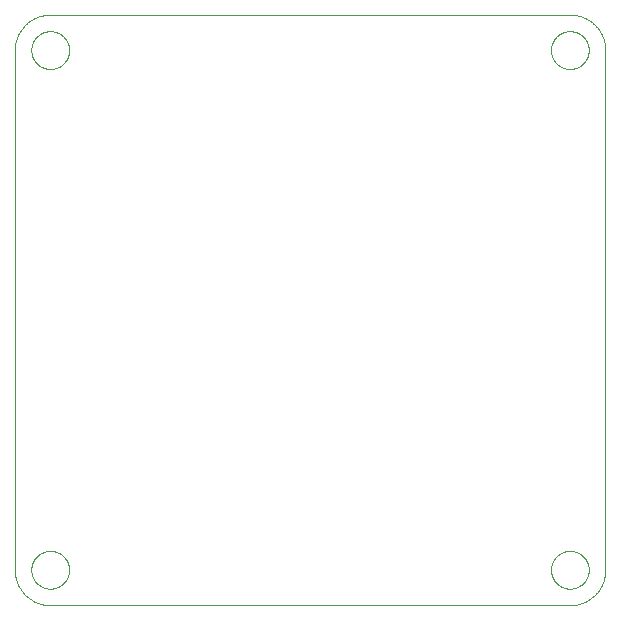
<source format=gbp>
G75*
%MOIN*%
%OFA0B0*%
%FSLAX25Y25*%
%IPPOS*%
%LPD*%
%AMOC8*
5,1,8,0,0,1.08239X$1,22.5*
%
%ADD10C,0.00000*%
D10*
X0005724Y0017535D02*
X0005724Y0190764D01*
X0011236Y0190764D02*
X0011238Y0190922D01*
X0011244Y0191080D01*
X0011254Y0191238D01*
X0011268Y0191396D01*
X0011286Y0191553D01*
X0011307Y0191710D01*
X0011333Y0191866D01*
X0011363Y0192022D01*
X0011396Y0192177D01*
X0011434Y0192330D01*
X0011475Y0192483D01*
X0011520Y0192635D01*
X0011569Y0192786D01*
X0011622Y0192935D01*
X0011678Y0193083D01*
X0011738Y0193229D01*
X0011802Y0193374D01*
X0011870Y0193517D01*
X0011941Y0193659D01*
X0012015Y0193799D01*
X0012093Y0193936D01*
X0012175Y0194072D01*
X0012259Y0194206D01*
X0012348Y0194337D01*
X0012439Y0194466D01*
X0012534Y0194593D01*
X0012631Y0194718D01*
X0012732Y0194840D01*
X0012836Y0194959D01*
X0012943Y0195076D01*
X0013053Y0195190D01*
X0013166Y0195301D01*
X0013281Y0195410D01*
X0013399Y0195515D01*
X0013520Y0195617D01*
X0013643Y0195717D01*
X0013769Y0195813D01*
X0013897Y0195906D01*
X0014027Y0195996D01*
X0014160Y0196082D01*
X0014295Y0196166D01*
X0014431Y0196245D01*
X0014570Y0196322D01*
X0014711Y0196394D01*
X0014853Y0196464D01*
X0014997Y0196529D01*
X0015143Y0196591D01*
X0015290Y0196649D01*
X0015439Y0196704D01*
X0015589Y0196755D01*
X0015740Y0196802D01*
X0015892Y0196845D01*
X0016045Y0196884D01*
X0016200Y0196920D01*
X0016355Y0196951D01*
X0016511Y0196979D01*
X0016667Y0197003D01*
X0016824Y0197023D01*
X0016982Y0197039D01*
X0017139Y0197051D01*
X0017298Y0197059D01*
X0017456Y0197063D01*
X0017614Y0197063D01*
X0017772Y0197059D01*
X0017931Y0197051D01*
X0018088Y0197039D01*
X0018246Y0197023D01*
X0018403Y0197003D01*
X0018559Y0196979D01*
X0018715Y0196951D01*
X0018870Y0196920D01*
X0019025Y0196884D01*
X0019178Y0196845D01*
X0019330Y0196802D01*
X0019481Y0196755D01*
X0019631Y0196704D01*
X0019780Y0196649D01*
X0019927Y0196591D01*
X0020073Y0196529D01*
X0020217Y0196464D01*
X0020359Y0196394D01*
X0020500Y0196322D01*
X0020639Y0196245D01*
X0020775Y0196166D01*
X0020910Y0196082D01*
X0021043Y0195996D01*
X0021173Y0195906D01*
X0021301Y0195813D01*
X0021427Y0195717D01*
X0021550Y0195617D01*
X0021671Y0195515D01*
X0021789Y0195410D01*
X0021904Y0195301D01*
X0022017Y0195190D01*
X0022127Y0195076D01*
X0022234Y0194959D01*
X0022338Y0194840D01*
X0022439Y0194718D01*
X0022536Y0194593D01*
X0022631Y0194466D01*
X0022722Y0194337D01*
X0022811Y0194206D01*
X0022895Y0194072D01*
X0022977Y0193936D01*
X0023055Y0193799D01*
X0023129Y0193659D01*
X0023200Y0193517D01*
X0023268Y0193374D01*
X0023332Y0193229D01*
X0023392Y0193083D01*
X0023448Y0192935D01*
X0023501Y0192786D01*
X0023550Y0192635D01*
X0023595Y0192483D01*
X0023636Y0192330D01*
X0023674Y0192177D01*
X0023707Y0192022D01*
X0023737Y0191866D01*
X0023763Y0191710D01*
X0023784Y0191553D01*
X0023802Y0191396D01*
X0023816Y0191238D01*
X0023826Y0191080D01*
X0023832Y0190922D01*
X0023834Y0190764D01*
X0023832Y0190606D01*
X0023826Y0190448D01*
X0023816Y0190290D01*
X0023802Y0190132D01*
X0023784Y0189975D01*
X0023763Y0189818D01*
X0023737Y0189662D01*
X0023707Y0189506D01*
X0023674Y0189351D01*
X0023636Y0189198D01*
X0023595Y0189045D01*
X0023550Y0188893D01*
X0023501Y0188742D01*
X0023448Y0188593D01*
X0023392Y0188445D01*
X0023332Y0188299D01*
X0023268Y0188154D01*
X0023200Y0188011D01*
X0023129Y0187869D01*
X0023055Y0187729D01*
X0022977Y0187592D01*
X0022895Y0187456D01*
X0022811Y0187322D01*
X0022722Y0187191D01*
X0022631Y0187062D01*
X0022536Y0186935D01*
X0022439Y0186810D01*
X0022338Y0186688D01*
X0022234Y0186569D01*
X0022127Y0186452D01*
X0022017Y0186338D01*
X0021904Y0186227D01*
X0021789Y0186118D01*
X0021671Y0186013D01*
X0021550Y0185911D01*
X0021427Y0185811D01*
X0021301Y0185715D01*
X0021173Y0185622D01*
X0021043Y0185532D01*
X0020910Y0185446D01*
X0020775Y0185362D01*
X0020639Y0185283D01*
X0020500Y0185206D01*
X0020359Y0185134D01*
X0020217Y0185064D01*
X0020073Y0184999D01*
X0019927Y0184937D01*
X0019780Y0184879D01*
X0019631Y0184824D01*
X0019481Y0184773D01*
X0019330Y0184726D01*
X0019178Y0184683D01*
X0019025Y0184644D01*
X0018870Y0184608D01*
X0018715Y0184577D01*
X0018559Y0184549D01*
X0018403Y0184525D01*
X0018246Y0184505D01*
X0018088Y0184489D01*
X0017931Y0184477D01*
X0017772Y0184469D01*
X0017614Y0184465D01*
X0017456Y0184465D01*
X0017298Y0184469D01*
X0017139Y0184477D01*
X0016982Y0184489D01*
X0016824Y0184505D01*
X0016667Y0184525D01*
X0016511Y0184549D01*
X0016355Y0184577D01*
X0016200Y0184608D01*
X0016045Y0184644D01*
X0015892Y0184683D01*
X0015740Y0184726D01*
X0015589Y0184773D01*
X0015439Y0184824D01*
X0015290Y0184879D01*
X0015143Y0184937D01*
X0014997Y0184999D01*
X0014853Y0185064D01*
X0014711Y0185134D01*
X0014570Y0185206D01*
X0014431Y0185283D01*
X0014295Y0185362D01*
X0014160Y0185446D01*
X0014027Y0185532D01*
X0013897Y0185622D01*
X0013769Y0185715D01*
X0013643Y0185811D01*
X0013520Y0185911D01*
X0013399Y0186013D01*
X0013281Y0186118D01*
X0013166Y0186227D01*
X0013053Y0186338D01*
X0012943Y0186452D01*
X0012836Y0186569D01*
X0012732Y0186688D01*
X0012631Y0186810D01*
X0012534Y0186935D01*
X0012439Y0187062D01*
X0012348Y0187191D01*
X0012259Y0187322D01*
X0012175Y0187456D01*
X0012093Y0187592D01*
X0012015Y0187729D01*
X0011941Y0187869D01*
X0011870Y0188011D01*
X0011802Y0188154D01*
X0011738Y0188299D01*
X0011678Y0188445D01*
X0011622Y0188593D01*
X0011569Y0188742D01*
X0011520Y0188893D01*
X0011475Y0189045D01*
X0011434Y0189198D01*
X0011396Y0189351D01*
X0011363Y0189506D01*
X0011333Y0189662D01*
X0011307Y0189818D01*
X0011286Y0189975D01*
X0011268Y0190132D01*
X0011254Y0190290D01*
X0011244Y0190448D01*
X0011238Y0190606D01*
X0011236Y0190764D01*
X0005724Y0190764D02*
X0005727Y0191049D01*
X0005738Y0191335D01*
X0005755Y0191620D01*
X0005779Y0191904D01*
X0005810Y0192188D01*
X0005848Y0192471D01*
X0005893Y0192752D01*
X0005944Y0193033D01*
X0006002Y0193313D01*
X0006067Y0193591D01*
X0006139Y0193867D01*
X0006217Y0194141D01*
X0006302Y0194414D01*
X0006394Y0194684D01*
X0006492Y0194952D01*
X0006596Y0195218D01*
X0006707Y0195481D01*
X0006824Y0195741D01*
X0006947Y0195999D01*
X0007077Y0196253D01*
X0007213Y0196504D01*
X0007354Y0196752D01*
X0007502Y0196996D01*
X0007655Y0197237D01*
X0007815Y0197473D01*
X0007980Y0197706D01*
X0008150Y0197935D01*
X0008326Y0198160D01*
X0008508Y0198380D01*
X0008694Y0198596D01*
X0008886Y0198807D01*
X0009083Y0199014D01*
X0009285Y0199216D01*
X0009492Y0199413D01*
X0009703Y0199605D01*
X0009919Y0199791D01*
X0010139Y0199973D01*
X0010364Y0200149D01*
X0010593Y0200319D01*
X0010826Y0200484D01*
X0011062Y0200644D01*
X0011303Y0200797D01*
X0011547Y0200945D01*
X0011795Y0201086D01*
X0012046Y0201222D01*
X0012300Y0201352D01*
X0012558Y0201475D01*
X0012818Y0201592D01*
X0013081Y0201703D01*
X0013347Y0201807D01*
X0013615Y0201905D01*
X0013885Y0201997D01*
X0014158Y0202082D01*
X0014432Y0202160D01*
X0014708Y0202232D01*
X0014986Y0202297D01*
X0015266Y0202355D01*
X0015547Y0202406D01*
X0015828Y0202451D01*
X0016111Y0202489D01*
X0016395Y0202520D01*
X0016679Y0202544D01*
X0016964Y0202561D01*
X0017250Y0202572D01*
X0017535Y0202575D01*
X0190764Y0202575D01*
X0184465Y0190764D02*
X0184467Y0190922D01*
X0184473Y0191080D01*
X0184483Y0191238D01*
X0184497Y0191396D01*
X0184515Y0191553D01*
X0184536Y0191710D01*
X0184562Y0191866D01*
X0184592Y0192022D01*
X0184625Y0192177D01*
X0184663Y0192330D01*
X0184704Y0192483D01*
X0184749Y0192635D01*
X0184798Y0192786D01*
X0184851Y0192935D01*
X0184907Y0193083D01*
X0184967Y0193229D01*
X0185031Y0193374D01*
X0185099Y0193517D01*
X0185170Y0193659D01*
X0185244Y0193799D01*
X0185322Y0193936D01*
X0185404Y0194072D01*
X0185488Y0194206D01*
X0185577Y0194337D01*
X0185668Y0194466D01*
X0185763Y0194593D01*
X0185860Y0194718D01*
X0185961Y0194840D01*
X0186065Y0194959D01*
X0186172Y0195076D01*
X0186282Y0195190D01*
X0186395Y0195301D01*
X0186510Y0195410D01*
X0186628Y0195515D01*
X0186749Y0195617D01*
X0186872Y0195717D01*
X0186998Y0195813D01*
X0187126Y0195906D01*
X0187256Y0195996D01*
X0187389Y0196082D01*
X0187524Y0196166D01*
X0187660Y0196245D01*
X0187799Y0196322D01*
X0187940Y0196394D01*
X0188082Y0196464D01*
X0188226Y0196529D01*
X0188372Y0196591D01*
X0188519Y0196649D01*
X0188668Y0196704D01*
X0188818Y0196755D01*
X0188969Y0196802D01*
X0189121Y0196845D01*
X0189274Y0196884D01*
X0189429Y0196920D01*
X0189584Y0196951D01*
X0189740Y0196979D01*
X0189896Y0197003D01*
X0190053Y0197023D01*
X0190211Y0197039D01*
X0190368Y0197051D01*
X0190527Y0197059D01*
X0190685Y0197063D01*
X0190843Y0197063D01*
X0191001Y0197059D01*
X0191160Y0197051D01*
X0191317Y0197039D01*
X0191475Y0197023D01*
X0191632Y0197003D01*
X0191788Y0196979D01*
X0191944Y0196951D01*
X0192099Y0196920D01*
X0192254Y0196884D01*
X0192407Y0196845D01*
X0192559Y0196802D01*
X0192710Y0196755D01*
X0192860Y0196704D01*
X0193009Y0196649D01*
X0193156Y0196591D01*
X0193302Y0196529D01*
X0193446Y0196464D01*
X0193588Y0196394D01*
X0193729Y0196322D01*
X0193868Y0196245D01*
X0194004Y0196166D01*
X0194139Y0196082D01*
X0194272Y0195996D01*
X0194402Y0195906D01*
X0194530Y0195813D01*
X0194656Y0195717D01*
X0194779Y0195617D01*
X0194900Y0195515D01*
X0195018Y0195410D01*
X0195133Y0195301D01*
X0195246Y0195190D01*
X0195356Y0195076D01*
X0195463Y0194959D01*
X0195567Y0194840D01*
X0195668Y0194718D01*
X0195765Y0194593D01*
X0195860Y0194466D01*
X0195951Y0194337D01*
X0196040Y0194206D01*
X0196124Y0194072D01*
X0196206Y0193936D01*
X0196284Y0193799D01*
X0196358Y0193659D01*
X0196429Y0193517D01*
X0196497Y0193374D01*
X0196561Y0193229D01*
X0196621Y0193083D01*
X0196677Y0192935D01*
X0196730Y0192786D01*
X0196779Y0192635D01*
X0196824Y0192483D01*
X0196865Y0192330D01*
X0196903Y0192177D01*
X0196936Y0192022D01*
X0196966Y0191866D01*
X0196992Y0191710D01*
X0197013Y0191553D01*
X0197031Y0191396D01*
X0197045Y0191238D01*
X0197055Y0191080D01*
X0197061Y0190922D01*
X0197063Y0190764D01*
X0197061Y0190606D01*
X0197055Y0190448D01*
X0197045Y0190290D01*
X0197031Y0190132D01*
X0197013Y0189975D01*
X0196992Y0189818D01*
X0196966Y0189662D01*
X0196936Y0189506D01*
X0196903Y0189351D01*
X0196865Y0189198D01*
X0196824Y0189045D01*
X0196779Y0188893D01*
X0196730Y0188742D01*
X0196677Y0188593D01*
X0196621Y0188445D01*
X0196561Y0188299D01*
X0196497Y0188154D01*
X0196429Y0188011D01*
X0196358Y0187869D01*
X0196284Y0187729D01*
X0196206Y0187592D01*
X0196124Y0187456D01*
X0196040Y0187322D01*
X0195951Y0187191D01*
X0195860Y0187062D01*
X0195765Y0186935D01*
X0195668Y0186810D01*
X0195567Y0186688D01*
X0195463Y0186569D01*
X0195356Y0186452D01*
X0195246Y0186338D01*
X0195133Y0186227D01*
X0195018Y0186118D01*
X0194900Y0186013D01*
X0194779Y0185911D01*
X0194656Y0185811D01*
X0194530Y0185715D01*
X0194402Y0185622D01*
X0194272Y0185532D01*
X0194139Y0185446D01*
X0194004Y0185362D01*
X0193868Y0185283D01*
X0193729Y0185206D01*
X0193588Y0185134D01*
X0193446Y0185064D01*
X0193302Y0184999D01*
X0193156Y0184937D01*
X0193009Y0184879D01*
X0192860Y0184824D01*
X0192710Y0184773D01*
X0192559Y0184726D01*
X0192407Y0184683D01*
X0192254Y0184644D01*
X0192099Y0184608D01*
X0191944Y0184577D01*
X0191788Y0184549D01*
X0191632Y0184525D01*
X0191475Y0184505D01*
X0191317Y0184489D01*
X0191160Y0184477D01*
X0191001Y0184469D01*
X0190843Y0184465D01*
X0190685Y0184465D01*
X0190527Y0184469D01*
X0190368Y0184477D01*
X0190211Y0184489D01*
X0190053Y0184505D01*
X0189896Y0184525D01*
X0189740Y0184549D01*
X0189584Y0184577D01*
X0189429Y0184608D01*
X0189274Y0184644D01*
X0189121Y0184683D01*
X0188969Y0184726D01*
X0188818Y0184773D01*
X0188668Y0184824D01*
X0188519Y0184879D01*
X0188372Y0184937D01*
X0188226Y0184999D01*
X0188082Y0185064D01*
X0187940Y0185134D01*
X0187799Y0185206D01*
X0187660Y0185283D01*
X0187524Y0185362D01*
X0187389Y0185446D01*
X0187256Y0185532D01*
X0187126Y0185622D01*
X0186998Y0185715D01*
X0186872Y0185811D01*
X0186749Y0185911D01*
X0186628Y0186013D01*
X0186510Y0186118D01*
X0186395Y0186227D01*
X0186282Y0186338D01*
X0186172Y0186452D01*
X0186065Y0186569D01*
X0185961Y0186688D01*
X0185860Y0186810D01*
X0185763Y0186935D01*
X0185668Y0187062D01*
X0185577Y0187191D01*
X0185488Y0187322D01*
X0185404Y0187456D01*
X0185322Y0187592D01*
X0185244Y0187729D01*
X0185170Y0187869D01*
X0185099Y0188011D01*
X0185031Y0188154D01*
X0184967Y0188299D01*
X0184907Y0188445D01*
X0184851Y0188593D01*
X0184798Y0188742D01*
X0184749Y0188893D01*
X0184704Y0189045D01*
X0184663Y0189198D01*
X0184625Y0189351D01*
X0184592Y0189506D01*
X0184562Y0189662D01*
X0184536Y0189818D01*
X0184515Y0189975D01*
X0184497Y0190132D01*
X0184483Y0190290D01*
X0184473Y0190448D01*
X0184467Y0190606D01*
X0184465Y0190764D01*
X0190764Y0202575D02*
X0191049Y0202572D01*
X0191335Y0202561D01*
X0191620Y0202544D01*
X0191904Y0202520D01*
X0192188Y0202489D01*
X0192471Y0202451D01*
X0192752Y0202406D01*
X0193033Y0202355D01*
X0193313Y0202297D01*
X0193591Y0202232D01*
X0193867Y0202160D01*
X0194141Y0202082D01*
X0194414Y0201997D01*
X0194684Y0201905D01*
X0194952Y0201807D01*
X0195218Y0201703D01*
X0195481Y0201592D01*
X0195741Y0201475D01*
X0195999Y0201352D01*
X0196253Y0201222D01*
X0196504Y0201086D01*
X0196752Y0200945D01*
X0196996Y0200797D01*
X0197237Y0200644D01*
X0197473Y0200484D01*
X0197706Y0200319D01*
X0197935Y0200149D01*
X0198160Y0199973D01*
X0198380Y0199791D01*
X0198596Y0199605D01*
X0198807Y0199413D01*
X0199014Y0199216D01*
X0199216Y0199014D01*
X0199413Y0198807D01*
X0199605Y0198596D01*
X0199791Y0198380D01*
X0199973Y0198160D01*
X0200149Y0197935D01*
X0200319Y0197706D01*
X0200484Y0197473D01*
X0200644Y0197237D01*
X0200797Y0196996D01*
X0200945Y0196752D01*
X0201086Y0196504D01*
X0201222Y0196253D01*
X0201352Y0195999D01*
X0201475Y0195741D01*
X0201592Y0195481D01*
X0201703Y0195218D01*
X0201807Y0194952D01*
X0201905Y0194684D01*
X0201997Y0194414D01*
X0202082Y0194141D01*
X0202160Y0193867D01*
X0202232Y0193591D01*
X0202297Y0193313D01*
X0202355Y0193033D01*
X0202406Y0192752D01*
X0202451Y0192471D01*
X0202489Y0192188D01*
X0202520Y0191904D01*
X0202544Y0191620D01*
X0202561Y0191335D01*
X0202572Y0191049D01*
X0202575Y0190764D01*
X0202575Y0017535D01*
X0184465Y0017535D02*
X0184467Y0017693D01*
X0184473Y0017851D01*
X0184483Y0018009D01*
X0184497Y0018167D01*
X0184515Y0018324D01*
X0184536Y0018481D01*
X0184562Y0018637D01*
X0184592Y0018793D01*
X0184625Y0018948D01*
X0184663Y0019101D01*
X0184704Y0019254D01*
X0184749Y0019406D01*
X0184798Y0019557D01*
X0184851Y0019706D01*
X0184907Y0019854D01*
X0184967Y0020000D01*
X0185031Y0020145D01*
X0185099Y0020288D01*
X0185170Y0020430D01*
X0185244Y0020570D01*
X0185322Y0020707D01*
X0185404Y0020843D01*
X0185488Y0020977D01*
X0185577Y0021108D01*
X0185668Y0021237D01*
X0185763Y0021364D01*
X0185860Y0021489D01*
X0185961Y0021611D01*
X0186065Y0021730D01*
X0186172Y0021847D01*
X0186282Y0021961D01*
X0186395Y0022072D01*
X0186510Y0022181D01*
X0186628Y0022286D01*
X0186749Y0022388D01*
X0186872Y0022488D01*
X0186998Y0022584D01*
X0187126Y0022677D01*
X0187256Y0022767D01*
X0187389Y0022853D01*
X0187524Y0022937D01*
X0187660Y0023016D01*
X0187799Y0023093D01*
X0187940Y0023165D01*
X0188082Y0023235D01*
X0188226Y0023300D01*
X0188372Y0023362D01*
X0188519Y0023420D01*
X0188668Y0023475D01*
X0188818Y0023526D01*
X0188969Y0023573D01*
X0189121Y0023616D01*
X0189274Y0023655D01*
X0189429Y0023691D01*
X0189584Y0023722D01*
X0189740Y0023750D01*
X0189896Y0023774D01*
X0190053Y0023794D01*
X0190211Y0023810D01*
X0190368Y0023822D01*
X0190527Y0023830D01*
X0190685Y0023834D01*
X0190843Y0023834D01*
X0191001Y0023830D01*
X0191160Y0023822D01*
X0191317Y0023810D01*
X0191475Y0023794D01*
X0191632Y0023774D01*
X0191788Y0023750D01*
X0191944Y0023722D01*
X0192099Y0023691D01*
X0192254Y0023655D01*
X0192407Y0023616D01*
X0192559Y0023573D01*
X0192710Y0023526D01*
X0192860Y0023475D01*
X0193009Y0023420D01*
X0193156Y0023362D01*
X0193302Y0023300D01*
X0193446Y0023235D01*
X0193588Y0023165D01*
X0193729Y0023093D01*
X0193868Y0023016D01*
X0194004Y0022937D01*
X0194139Y0022853D01*
X0194272Y0022767D01*
X0194402Y0022677D01*
X0194530Y0022584D01*
X0194656Y0022488D01*
X0194779Y0022388D01*
X0194900Y0022286D01*
X0195018Y0022181D01*
X0195133Y0022072D01*
X0195246Y0021961D01*
X0195356Y0021847D01*
X0195463Y0021730D01*
X0195567Y0021611D01*
X0195668Y0021489D01*
X0195765Y0021364D01*
X0195860Y0021237D01*
X0195951Y0021108D01*
X0196040Y0020977D01*
X0196124Y0020843D01*
X0196206Y0020707D01*
X0196284Y0020570D01*
X0196358Y0020430D01*
X0196429Y0020288D01*
X0196497Y0020145D01*
X0196561Y0020000D01*
X0196621Y0019854D01*
X0196677Y0019706D01*
X0196730Y0019557D01*
X0196779Y0019406D01*
X0196824Y0019254D01*
X0196865Y0019101D01*
X0196903Y0018948D01*
X0196936Y0018793D01*
X0196966Y0018637D01*
X0196992Y0018481D01*
X0197013Y0018324D01*
X0197031Y0018167D01*
X0197045Y0018009D01*
X0197055Y0017851D01*
X0197061Y0017693D01*
X0197063Y0017535D01*
X0197061Y0017377D01*
X0197055Y0017219D01*
X0197045Y0017061D01*
X0197031Y0016903D01*
X0197013Y0016746D01*
X0196992Y0016589D01*
X0196966Y0016433D01*
X0196936Y0016277D01*
X0196903Y0016122D01*
X0196865Y0015969D01*
X0196824Y0015816D01*
X0196779Y0015664D01*
X0196730Y0015513D01*
X0196677Y0015364D01*
X0196621Y0015216D01*
X0196561Y0015070D01*
X0196497Y0014925D01*
X0196429Y0014782D01*
X0196358Y0014640D01*
X0196284Y0014500D01*
X0196206Y0014363D01*
X0196124Y0014227D01*
X0196040Y0014093D01*
X0195951Y0013962D01*
X0195860Y0013833D01*
X0195765Y0013706D01*
X0195668Y0013581D01*
X0195567Y0013459D01*
X0195463Y0013340D01*
X0195356Y0013223D01*
X0195246Y0013109D01*
X0195133Y0012998D01*
X0195018Y0012889D01*
X0194900Y0012784D01*
X0194779Y0012682D01*
X0194656Y0012582D01*
X0194530Y0012486D01*
X0194402Y0012393D01*
X0194272Y0012303D01*
X0194139Y0012217D01*
X0194004Y0012133D01*
X0193868Y0012054D01*
X0193729Y0011977D01*
X0193588Y0011905D01*
X0193446Y0011835D01*
X0193302Y0011770D01*
X0193156Y0011708D01*
X0193009Y0011650D01*
X0192860Y0011595D01*
X0192710Y0011544D01*
X0192559Y0011497D01*
X0192407Y0011454D01*
X0192254Y0011415D01*
X0192099Y0011379D01*
X0191944Y0011348D01*
X0191788Y0011320D01*
X0191632Y0011296D01*
X0191475Y0011276D01*
X0191317Y0011260D01*
X0191160Y0011248D01*
X0191001Y0011240D01*
X0190843Y0011236D01*
X0190685Y0011236D01*
X0190527Y0011240D01*
X0190368Y0011248D01*
X0190211Y0011260D01*
X0190053Y0011276D01*
X0189896Y0011296D01*
X0189740Y0011320D01*
X0189584Y0011348D01*
X0189429Y0011379D01*
X0189274Y0011415D01*
X0189121Y0011454D01*
X0188969Y0011497D01*
X0188818Y0011544D01*
X0188668Y0011595D01*
X0188519Y0011650D01*
X0188372Y0011708D01*
X0188226Y0011770D01*
X0188082Y0011835D01*
X0187940Y0011905D01*
X0187799Y0011977D01*
X0187660Y0012054D01*
X0187524Y0012133D01*
X0187389Y0012217D01*
X0187256Y0012303D01*
X0187126Y0012393D01*
X0186998Y0012486D01*
X0186872Y0012582D01*
X0186749Y0012682D01*
X0186628Y0012784D01*
X0186510Y0012889D01*
X0186395Y0012998D01*
X0186282Y0013109D01*
X0186172Y0013223D01*
X0186065Y0013340D01*
X0185961Y0013459D01*
X0185860Y0013581D01*
X0185763Y0013706D01*
X0185668Y0013833D01*
X0185577Y0013962D01*
X0185488Y0014093D01*
X0185404Y0014227D01*
X0185322Y0014363D01*
X0185244Y0014500D01*
X0185170Y0014640D01*
X0185099Y0014782D01*
X0185031Y0014925D01*
X0184967Y0015070D01*
X0184907Y0015216D01*
X0184851Y0015364D01*
X0184798Y0015513D01*
X0184749Y0015664D01*
X0184704Y0015816D01*
X0184663Y0015969D01*
X0184625Y0016122D01*
X0184592Y0016277D01*
X0184562Y0016433D01*
X0184536Y0016589D01*
X0184515Y0016746D01*
X0184497Y0016903D01*
X0184483Y0017061D01*
X0184473Y0017219D01*
X0184467Y0017377D01*
X0184465Y0017535D01*
X0190764Y0005724D02*
X0191049Y0005727D01*
X0191335Y0005738D01*
X0191620Y0005755D01*
X0191904Y0005779D01*
X0192188Y0005810D01*
X0192471Y0005848D01*
X0192752Y0005893D01*
X0193033Y0005944D01*
X0193313Y0006002D01*
X0193591Y0006067D01*
X0193867Y0006139D01*
X0194141Y0006217D01*
X0194414Y0006302D01*
X0194684Y0006394D01*
X0194952Y0006492D01*
X0195218Y0006596D01*
X0195481Y0006707D01*
X0195741Y0006824D01*
X0195999Y0006947D01*
X0196253Y0007077D01*
X0196504Y0007213D01*
X0196752Y0007354D01*
X0196996Y0007502D01*
X0197237Y0007655D01*
X0197473Y0007815D01*
X0197706Y0007980D01*
X0197935Y0008150D01*
X0198160Y0008326D01*
X0198380Y0008508D01*
X0198596Y0008694D01*
X0198807Y0008886D01*
X0199014Y0009083D01*
X0199216Y0009285D01*
X0199413Y0009492D01*
X0199605Y0009703D01*
X0199791Y0009919D01*
X0199973Y0010139D01*
X0200149Y0010364D01*
X0200319Y0010593D01*
X0200484Y0010826D01*
X0200644Y0011062D01*
X0200797Y0011303D01*
X0200945Y0011547D01*
X0201086Y0011795D01*
X0201222Y0012046D01*
X0201352Y0012300D01*
X0201475Y0012558D01*
X0201592Y0012818D01*
X0201703Y0013081D01*
X0201807Y0013347D01*
X0201905Y0013615D01*
X0201997Y0013885D01*
X0202082Y0014158D01*
X0202160Y0014432D01*
X0202232Y0014708D01*
X0202297Y0014986D01*
X0202355Y0015266D01*
X0202406Y0015547D01*
X0202451Y0015828D01*
X0202489Y0016111D01*
X0202520Y0016395D01*
X0202544Y0016679D01*
X0202561Y0016964D01*
X0202572Y0017250D01*
X0202575Y0017535D01*
X0190764Y0005724D02*
X0017535Y0005724D01*
X0011236Y0017535D02*
X0011238Y0017693D01*
X0011244Y0017851D01*
X0011254Y0018009D01*
X0011268Y0018167D01*
X0011286Y0018324D01*
X0011307Y0018481D01*
X0011333Y0018637D01*
X0011363Y0018793D01*
X0011396Y0018948D01*
X0011434Y0019101D01*
X0011475Y0019254D01*
X0011520Y0019406D01*
X0011569Y0019557D01*
X0011622Y0019706D01*
X0011678Y0019854D01*
X0011738Y0020000D01*
X0011802Y0020145D01*
X0011870Y0020288D01*
X0011941Y0020430D01*
X0012015Y0020570D01*
X0012093Y0020707D01*
X0012175Y0020843D01*
X0012259Y0020977D01*
X0012348Y0021108D01*
X0012439Y0021237D01*
X0012534Y0021364D01*
X0012631Y0021489D01*
X0012732Y0021611D01*
X0012836Y0021730D01*
X0012943Y0021847D01*
X0013053Y0021961D01*
X0013166Y0022072D01*
X0013281Y0022181D01*
X0013399Y0022286D01*
X0013520Y0022388D01*
X0013643Y0022488D01*
X0013769Y0022584D01*
X0013897Y0022677D01*
X0014027Y0022767D01*
X0014160Y0022853D01*
X0014295Y0022937D01*
X0014431Y0023016D01*
X0014570Y0023093D01*
X0014711Y0023165D01*
X0014853Y0023235D01*
X0014997Y0023300D01*
X0015143Y0023362D01*
X0015290Y0023420D01*
X0015439Y0023475D01*
X0015589Y0023526D01*
X0015740Y0023573D01*
X0015892Y0023616D01*
X0016045Y0023655D01*
X0016200Y0023691D01*
X0016355Y0023722D01*
X0016511Y0023750D01*
X0016667Y0023774D01*
X0016824Y0023794D01*
X0016982Y0023810D01*
X0017139Y0023822D01*
X0017298Y0023830D01*
X0017456Y0023834D01*
X0017614Y0023834D01*
X0017772Y0023830D01*
X0017931Y0023822D01*
X0018088Y0023810D01*
X0018246Y0023794D01*
X0018403Y0023774D01*
X0018559Y0023750D01*
X0018715Y0023722D01*
X0018870Y0023691D01*
X0019025Y0023655D01*
X0019178Y0023616D01*
X0019330Y0023573D01*
X0019481Y0023526D01*
X0019631Y0023475D01*
X0019780Y0023420D01*
X0019927Y0023362D01*
X0020073Y0023300D01*
X0020217Y0023235D01*
X0020359Y0023165D01*
X0020500Y0023093D01*
X0020639Y0023016D01*
X0020775Y0022937D01*
X0020910Y0022853D01*
X0021043Y0022767D01*
X0021173Y0022677D01*
X0021301Y0022584D01*
X0021427Y0022488D01*
X0021550Y0022388D01*
X0021671Y0022286D01*
X0021789Y0022181D01*
X0021904Y0022072D01*
X0022017Y0021961D01*
X0022127Y0021847D01*
X0022234Y0021730D01*
X0022338Y0021611D01*
X0022439Y0021489D01*
X0022536Y0021364D01*
X0022631Y0021237D01*
X0022722Y0021108D01*
X0022811Y0020977D01*
X0022895Y0020843D01*
X0022977Y0020707D01*
X0023055Y0020570D01*
X0023129Y0020430D01*
X0023200Y0020288D01*
X0023268Y0020145D01*
X0023332Y0020000D01*
X0023392Y0019854D01*
X0023448Y0019706D01*
X0023501Y0019557D01*
X0023550Y0019406D01*
X0023595Y0019254D01*
X0023636Y0019101D01*
X0023674Y0018948D01*
X0023707Y0018793D01*
X0023737Y0018637D01*
X0023763Y0018481D01*
X0023784Y0018324D01*
X0023802Y0018167D01*
X0023816Y0018009D01*
X0023826Y0017851D01*
X0023832Y0017693D01*
X0023834Y0017535D01*
X0023832Y0017377D01*
X0023826Y0017219D01*
X0023816Y0017061D01*
X0023802Y0016903D01*
X0023784Y0016746D01*
X0023763Y0016589D01*
X0023737Y0016433D01*
X0023707Y0016277D01*
X0023674Y0016122D01*
X0023636Y0015969D01*
X0023595Y0015816D01*
X0023550Y0015664D01*
X0023501Y0015513D01*
X0023448Y0015364D01*
X0023392Y0015216D01*
X0023332Y0015070D01*
X0023268Y0014925D01*
X0023200Y0014782D01*
X0023129Y0014640D01*
X0023055Y0014500D01*
X0022977Y0014363D01*
X0022895Y0014227D01*
X0022811Y0014093D01*
X0022722Y0013962D01*
X0022631Y0013833D01*
X0022536Y0013706D01*
X0022439Y0013581D01*
X0022338Y0013459D01*
X0022234Y0013340D01*
X0022127Y0013223D01*
X0022017Y0013109D01*
X0021904Y0012998D01*
X0021789Y0012889D01*
X0021671Y0012784D01*
X0021550Y0012682D01*
X0021427Y0012582D01*
X0021301Y0012486D01*
X0021173Y0012393D01*
X0021043Y0012303D01*
X0020910Y0012217D01*
X0020775Y0012133D01*
X0020639Y0012054D01*
X0020500Y0011977D01*
X0020359Y0011905D01*
X0020217Y0011835D01*
X0020073Y0011770D01*
X0019927Y0011708D01*
X0019780Y0011650D01*
X0019631Y0011595D01*
X0019481Y0011544D01*
X0019330Y0011497D01*
X0019178Y0011454D01*
X0019025Y0011415D01*
X0018870Y0011379D01*
X0018715Y0011348D01*
X0018559Y0011320D01*
X0018403Y0011296D01*
X0018246Y0011276D01*
X0018088Y0011260D01*
X0017931Y0011248D01*
X0017772Y0011240D01*
X0017614Y0011236D01*
X0017456Y0011236D01*
X0017298Y0011240D01*
X0017139Y0011248D01*
X0016982Y0011260D01*
X0016824Y0011276D01*
X0016667Y0011296D01*
X0016511Y0011320D01*
X0016355Y0011348D01*
X0016200Y0011379D01*
X0016045Y0011415D01*
X0015892Y0011454D01*
X0015740Y0011497D01*
X0015589Y0011544D01*
X0015439Y0011595D01*
X0015290Y0011650D01*
X0015143Y0011708D01*
X0014997Y0011770D01*
X0014853Y0011835D01*
X0014711Y0011905D01*
X0014570Y0011977D01*
X0014431Y0012054D01*
X0014295Y0012133D01*
X0014160Y0012217D01*
X0014027Y0012303D01*
X0013897Y0012393D01*
X0013769Y0012486D01*
X0013643Y0012582D01*
X0013520Y0012682D01*
X0013399Y0012784D01*
X0013281Y0012889D01*
X0013166Y0012998D01*
X0013053Y0013109D01*
X0012943Y0013223D01*
X0012836Y0013340D01*
X0012732Y0013459D01*
X0012631Y0013581D01*
X0012534Y0013706D01*
X0012439Y0013833D01*
X0012348Y0013962D01*
X0012259Y0014093D01*
X0012175Y0014227D01*
X0012093Y0014363D01*
X0012015Y0014500D01*
X0011941Y0014640D01*
X0011870Y0014782D01*
X0011802Y0014925D01*
X0011738Y0015070D01*
X0011678Y0015216D01*
X0011622Y0015364D01*
X0011569Y0015513D01*
X0011520Y0015664D01*
X0011475Y0015816D01*
X0011434Y0015969D01*
X0011396Y0016122D01*
X0011363Y0016277D01*
X0011333Y0016433D01*
X0011307Y0016589D01*
X0011286Y0016746D01*
X0011268Y0016903D01*
X0011254Y0017061D01*
X0011244Y0017219D01*
X0011238Y0017377D01*
X0011236Y0017535D01*
X0005724Y0017535D02*
X0005727Y0017250D01*
X0005738Y0016964D01*
X0005755Y0016679D01*
X0005779Y0016395D01*
X0005810Y0016111D01*
X0005848Y0015828D01*
X0005893Y0015547D01*
X0005944Y0015266D01*
X0006002Y0014986D01*
X0006067Y0014708D01*
X0006139Y0014432D01*
X0006217Y0014158D01*
X0006302Y0013885D01*
X0006394Y0013615D01*
X0006492Y0013347D01*
X0006596Y0013081D01*
X0006707Y0012818D01*
X0006824Y0012558D01*
X0006947Y0012300D01*
X0007077Y0012046D01*
X0007213Y0011795D01*
X0007354Y0011547D01*
X0007502Y0011303D01*
X0007655Y0011062D01*
X0007815Y0010826D01*
X0007980Y0010593D01*
X0008150Y0010364D01*
X0008326Y0010139D01*
X0008508Y0009919D01*
X0008694Y0009703D01*
X0008886Y0009492D01*
X0009083Y0009285D01*
X0009285Y0009083D01*
X0009492Y0008886D01*
X0009703Y0008694D01*
X0009919Y0008508D01*
X0010139Y0008326D01*
X0010364Y0008150D01*
X0010593Y0007980D01*
X0010826Y0007815D01*
X0011062Y0007655D01*
X0011303Y0007502D01*
X0011547Y0007354D01*
X0011795Y0007213D01*
X0012046Y0007077D01*
X0012300Y0006947D01*
X0012558Y0006824D01*
X0012818Y0006707D01*
X0013081Y0006596D01*
X0013347Y0006492D01*
X0013615Y0006394D01*
X0013885Y0006302D01*
X0014158Y0006217D01*
X0014432Y0006139D01*
X0014708Y0006067D01*
X0014986Y0006002D01*
X0015266Y0005944D01*
X0015547Y0005893D01*
X0015828Y0005848D01*
X0016111Y0005810D01*
X0016395Y0005779D01*
X0016679Y0005755D01*
X0016964Y0005738D01*
X0017250Y0005727D01*
X0017535Y0005724D01*
M02*

</source>
